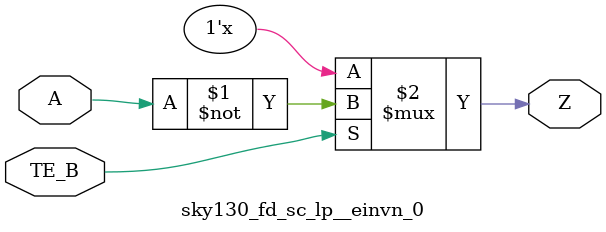
<source format=v>
/*
 * Copyright 2020 The SkyWater PDK Authors
 *
 * Licensed under the Apache License, Version 2.0 (the "License");
 * you may not use this file except in compliance with the License.
 * You may obtain a copy of the License at
 *
 *     https://www.apache.org/licenses/LICENSE-2.0
 *
 * Unless required by applicable law or agreed to in writing, software
 * distributed under the License is distributed on an "AS IS" BASIS,
 * WITHOUT WARRANTIES OR CONDITIONS OF ANY KIND, either express or implied.
 * See the License for the specific language governing permissions and
 * limitations under the License.
 *
 * SPDX-License-Identifier: Apache-2.0
*/


`ifndef SKY130_FD_SC_LP__EINVN_0_FUNCTIONAL_V
`define SKY130_FD_SC_LP__EINVN_0_FUNCTIONAL_V

/**
 * einvn: Tri-state inverter, negative enable.
 *
 * Verilog simulation functional model.
 */

`timescale 1ns / 1ps
`default_nettype none

`celldefine
module sky130_fd_sc_lp__einvn_0 (
    Z   ,
    A   ,
    TE_B
);

    // Module ports
    output Z   ;
    input  A   ;
    input  TE_B;

    //     Name     Output  Other arguments
    notif0 notif00 (Z     , A, TE_B        );

endmodule
`endcelldefine

`default_nettype wire
`endif  // SKY130_FD_SC_LP__EINVN_0_FUNCTIONAL_V

</source>
